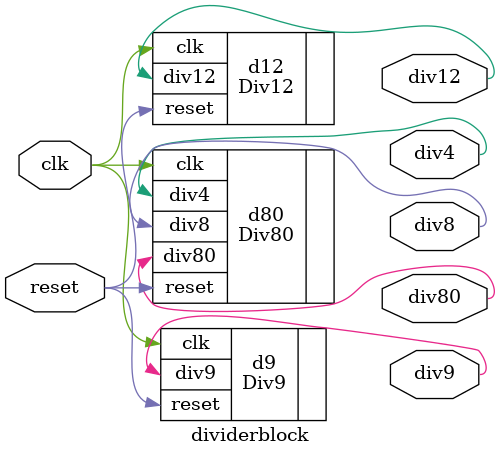
<source format=v>
module dividerblock(
	input	reset,
	input	clk,
	output	div4,
	output	div8,
	output	div9,
	output	div12,
	output	div80
);
	
	Div9 d9 (.reset(reset), .clk(clk), .div9(div9));
	Div12 d12 (.reset(reset), .clk(clk), .div12(div12));
	Div80 d80 (.reset(reset), .clk(clk), .div80(div80), .div8(div8), .div4(div4));

endmodule
</source>
